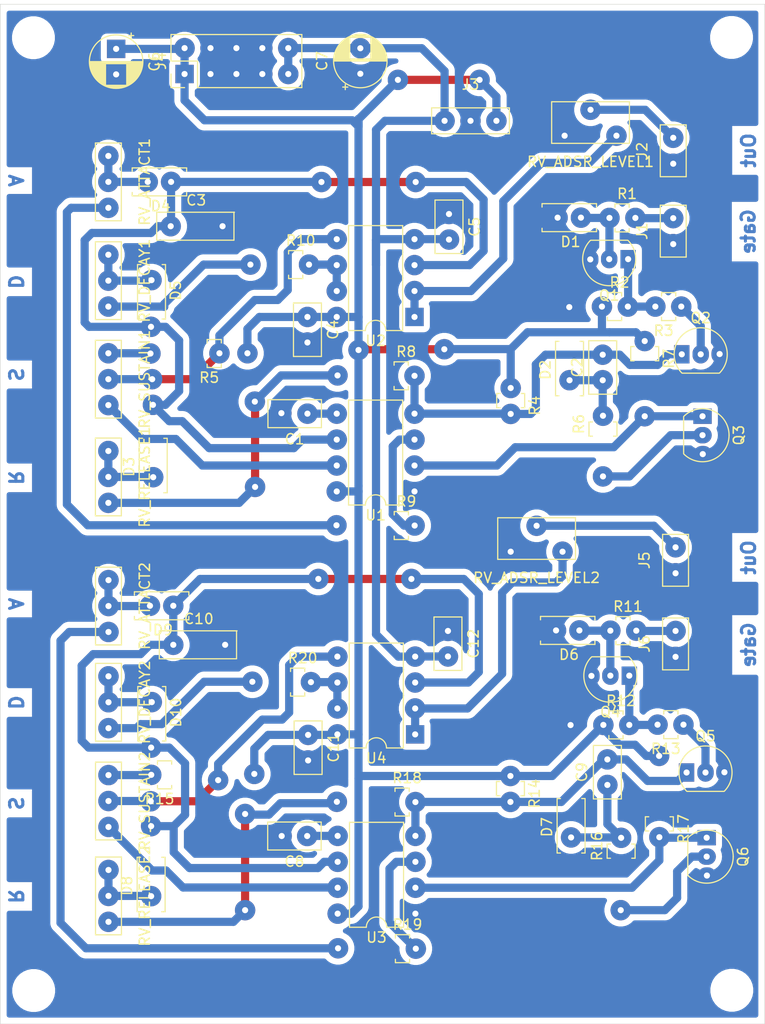
<source format=kicad_pcb>
(kicad_pcb (version 20171130) (host pcbnew "(5.1.7-0-10_14)")
  (layers (0 F.Cu signal) (31 B.Cu signal) (34 B.Paste user) (35 F.Paste user) (36 B.SilkS user) (37 F.SilkS user hide) (38 B.Mask user) (39 F.Mask user) (44 Edge.Cuts user))
  (net 0 "")
  (net 1 GND)
  (net 2 "Net-(C1-Pad1)")
  (net 3 "Net-(C2-Pad1)")
  (net 4 "Net-(C3-Pad1)")
  (net 5 +12V)
  (net 6 -12V)
  (net 7 "Net-(D1-Pad1)")
  (net 8 "Net-(D3-Pad1)")
  (net 9 "Net-(D4-Pad2)")
  (net 10 "Net-(D5-Pad1)")
  (net 11 "Net-(Q1-Pad1)")
  (net 12 "Net-(Q2-Pad2)")
  (net 13 "Net-(Q3-Pad2)")
  (net 14 "Net-(R5-Pad2)")
  (net 15 "Net-(R8-Pad1)")
  (net 16 "Net-(R9-Pad1)")
  (net 17 "Net-(R9-Pad2)")
  (net 18 "Net-(R10-Pad2)")
  (net 19 "Net-(R10-Pad1)")
  (net 20 "Net-(RV_SUSTAIN1-Pad1)")
  (net 21 "Net-(RV_SUSTAIN1-Pad2)")
  (net 22 "/ADSR 1/RESET")
  (net 23 "Net-(C8-Pad1)")
  (net 24 "/ADSR 2/RESET")
  (net 25 "Net-(C9-Pad1)")
  (net 26 "Net-(C10-Pad1)")
  (net 27 "Net-(D6-Pad1)")
  (net 28 "Net-(D8-Pad1)")
  (net 29 "Net-(D9-Pad2)")
  (net 30 "Net-(D10-Pad1)")
  (net 31 "/ADSR 1/GATE")
  (net 32 "/ADSR 1/ADSR_OUT")
  (net 33 "/ADSR 2/ADSR_OUT")
  (net 34 "/ADSR 2/GATE")
  (net 35 "/ADSR 1/TRIGGER")
  (net 36 "Net-(Q4-Pad1)")
  (net 37 "Net-(Q5-Pad2)")
  (net 38 "/ADSR 2/TRIGGER")
  (net 39 "Net-(Q6-Pad2)")
  (net 40 "Net-(R15-Pad2)")
  (net 41 "Net-(R18-Pad1)")
  (net 42 "Net-(R19-Pad2)")
  (net 43 "Net-(R19-Pad1)")
  (net 44 "Net-(R20-Pad1)")
  (net 45 "Net-(R20-Pad2)")
  (net 46 "Net-(RV_SUSTAIN2-Pad1)")
  (net 47 "Net-(RV_SUSTAIN2-Pad2)")
  (net 48 "Net-(RV_ADSR_LEVEL1-Pad3)")
  (net 49 "Net-(RV_ADSR_LEVEL2-Pad3)")
  (module MountingHole:MountingHole_3mm (layer F.Cu) (at 102.616 143.4846)
    (fp_text reference REF** hide)
    (fp_text value MountingHole_3mm hide)
    (pad 1 np_thru_hole circle (at 0 0) (size 3 3) (drill 3) (layers *.Cu *.Mask))
  )
  (module MountingHole:MountingHole_3mm (layer F.Cu) (at 171.0182 143.4592)
    (fp_text reference REF** hide)
    (fp_text value MountingHole_3mm hide)
    (pad 1 np_thru_hole circle (at 0 0) (size 3 3) (drill 3) (layers *.Cu *.Mask))
  )
  (module MountingHole:MountingHole_3mm (layer F.Cu) (at 170.9928 50.1142)
    (fp_text reference REF** hide)
    (fp_text value MountingHole_3mm hide)
    (pad 1 np_thru_hole circle (at 0 0) (size 3 3) (drill 3) (layers *.Cu *.Mask))
  )
  (module MountingHole:MountingHole_3mm (layer F.Cu) (at 102.5906 50.1396)
    (fp_text reference REF** hide)
    (fp_text value MountingHole_3mm hide)
    (pad 1 np_thru_hole circle (at 0 0) (size 3 3) (drill 3) (layers *.Cu *.Mask))
  )
  (module Zimo_Manual_PCB:C_Disc_D5.0mm_W2.5mm_P2.50mm (layer F.Cu) (at 129.4384 86.9696 180)
    (fp_text reference C1 (at 1.25 -2.5) (layer F.SilkS))
    (fp_text value 10n)
    (pad 2 thru_hole circle (at 2.5527 0.0508 180) (size 2 2) (drill 0.6) (layers *.Cu *.Mask) (net 1 GND))
    (pad 1 thru_hole circle (at 0 0 180) (size 2 2) (drill 0.6) (layers *.Cu *.Mask) (net 2 "Net-(C1-Pad1)"))
  )
  (module Zimo_Manual_PCB:C_Disc_D5.0mm_W2.5mm_P2.50mm (layer F.Cu) (at 158.369 83.693 90)
    (fp_text reference C2 (at 1.25 -2.5 90) (layer F.SilkS))
    (fp_text value 10n)
    (pad 1 thru_hole circle (at 0 0 90) (size 2 2) (drill 0.6) (layers *.Cu *.Mask) (net 3 "Net-(C2-Pad1)"))
    (pad 2 thru_hole circle (at 2.5 0 90) (size 2 2) (drill 0.6) (layers *.Cu *.Mask) (net 22 "/ADSR 1/RESET"))
  )
  (module Zimo_Manual_PCB:C_Foil_P5.48mm (layer F.Cu) (at 116.0399 68.6054)
    (fp_text reference C3 (at 2.5 -2.54) (layer F.SilkS))
    (fp_text value 2.2u)
    (pad 2 thru_hole circle (at 5.08 0) (size 2 2) (drill 0.6) (layers *.Cu *.Mask) (net 1 GND))
    (pad 1 thru_hole circle (at 0 0) (size 2 2) (drill 0.6) (layers *.Cu *.Mask) (net 4 "Net-(C3-Pad1)"))
  )
  (module Zimo_Manual_PCB:C_Disc_D5.0mm_W2.5mm_P2.50mm (layer F.Cu) (at 129.4384 77.4954 270)
    (fp_text reference C4 (at 1.25 -2.5 90) (layer F.SilkS))
    (fp_text value 100n)
    (pad 2 thru_hole circle (at 2.5 0 270) (size 2 2) (drill 0.6) (layers *.Cu *.Mask) (net 1 GND))
    (pad 1 thru_hole circle (at 0 0 270) (size 2 2) (drill 0.6) (layers *.Cu *.Mask) (net 5 +12V))
  )
  (module Zimo_Manual_PCB:C_Disc_D5.0mm_W2.5mm_P2.50mm (layer F.Cu) (at 143.3068 67.4116 270)
    (fp_text reference C5 (at 1.25 -2.5 90) (layer F.SilkS))
    (fp_text value 100n)
    (pad 1 thru_hole circle (at 0 0 270) (size 2 2) (drill 0.6) (layers *.Cu *.Mask) (net 1 GND))
    (pad 2 thru_hole circle (at 2.5 0 270) (size 2 2) (drill 0.6) (layers *.Cu *.Mask) (net 6 -12V))
  )
  (module Zimo_Manual_PCB:D_Axial-Vertical (layer F.Cu) (at 156.2354 67.7672 180)
    (fp_text reference D1 (at 1.016 -2.37) (layer F.SilkS))
    (fp_text value 1N4148)
    (pad 2 thru_hole oval (at 2.286 0 180) (size 2 2) (drill 0.6) (layers *.Cu *.Mask) (net 1 GND))
    (pad 1 thru_hole circle (at 0 0 180) (size 2 2) (drill 0.6) (layers *.Cu *.Mask) (net 7 "Net-(D1-Pad1)"))
  )
  (module Zimo_Manual_PCB:D_Axial-Vertical (layer F.Cu) (at 155.1178 83.693 90)
    (fp_text reference D2 (at 1.016 -2.37 90) (layer F.SilkS))
    (fp_text value 1N4148)
    (pad 1 thru_hole circle (at 0 0 90) (size 2 2) (drill 0.6) (layers *.Cu *.Mask) (net 3 "Net-(C2-Pad1)"))
    (pad 2 thru_hole oval (at 7.1628 -0.0254 90) (size 2 2) (drill 0.6) (layers *.Cu *.Mask) (net 1 GND))
  )
  (module Zimo_Manual_PCB:D_Axial-Vertical (layer F.Cu) (at 114.3254 93.1926 90)
    (fp_text reference D3 (at 1.016 -2.37 90) (layer F.SilkS))
    (fp_text value 1N4148)
    (pad 2 thru_hole oval (at 7.0866 -0.0254 90) (size 2 2) (drill 0.6) (layers *.Cu *.Mask) (net 4 "Net-(C3-Pad1)"))
    (pad 1 thru_hole circle (at 0 0 90) (size 2 2) (drill 0.6) (layers *.Cu *.Mask) (net 8 "Net-(D3-Pad1)"))
  )
  (module Zimo_Manual_PCB:D_Axial-Vertical (layer F.Cu) (at 116.078 64.262 180)
    (fp_text reference D4 (at 1.016 -2.37) (layer F.SilkS))
    (fp_text value 1N4148)
    (pad 1 thru_hole circle (at 0 0 180) (size 2 2) (drill 0.6) (layers *.Cu *.Mask) (net 4 "Net-(C3-Pad1)"))
    (pad 2 thru_hole oval (at 2.286 0 180) (size 2 2) (drill 0.6) (layers *.Cu *.Mask) (net 9 "Net-(D4-Pad2)"))
  )
  (module Zimo_Manual_PCB:D_Axial-Vertical (layer F.Cu) (at 114.1603 73.8886 270)
    (fp_text reference D5 (at 1.016 -2.37 90) (layer F.SilkS))
    (fp_text value 1N4148)
    (pad 2 thru_hole oval (at 4.572 0.0508 270) (size 2 2) (drill 0.6) (layers *.Cu *.Mask) (net 4 "Net-(C3-Pad1)"))
    (pad 1 thru_hole circle (at 0 0 270) (size 2 2) (drill 0.6) (layers *.Cu *.Mask) (net 10 "Net-(D5-Pad1)"))
  )
  (module Zimo_Manual_PCB:NSL25_01x02_Vertical (layer F.Cu) (at 165.2778 67.818 270)
    (fp_text reference J1 (at 1.27 3.048 90) (layer F.SilkS))
    (fp_text value "Gate In")
    (pad 1 thru_hole circle (at 0 0 270) (size 2 2) (drill 0.6) (layers *.Cu *.Mask) (net 31 "/ADSR 1/GATE"))
    (pad 2 thru_hole circle (at 2.54 0 270) (size 2 2) (drill 0.6) (layers *.Cu *.Mask) (net 1 GND))
  )
  (module Zimo_Manual_PCB:NSL25_01x02_Vertical (layer F.Cu) (at 165.2778 59.944 270)
    (fp_text reference J2 (at 1.27 3.048 90) (layer F.SilkS))
    (fp_text value Out)
    (pad 2 thru_hole circle (at 2.54 0 270) (size 2 2) (drill 0.6) (layers *.Cu *.Mask) (net 1 GND))
    (pad 1 thru_hole circle (at 0 0 270) (size 2 2) (drill 0.6) (layers *.Cu *.Mask) (net 32 "/ADSR 1/ADSR_OUT"))
  )
  (module Zimo_Manual_PCB:NSL25_01x03_Vertical (layer F.Cu) (at 147.955 58.2803 180)
    (fp_text reference J3 (at 2.54 3.556) (layer F.SilkS))
    (fp_text value "Custom Power")
    (pad 3 thru_hole circle (at 5.08 0 180) (size 2 2) (drill 0.6) (layers *.Cu *.Mask) (net 6 -12V))
    (pad 2 thru_hole circle (at 2.54 0 180) (size 2 2) (drill 0.6) (layers *.Cu *.Mask) (net 1 GND))
    (pad 1 thru_hole circle (at 0 0 180) (size 2 2) (drill 0.6) (layers *.Cu *.Mask) (net 5 +12V))
  )
  (module Zimo_Manual_PCB:Eurorack_Power_Supply (layer F.Cu) (at 117.3988 53.6956 90)
    (fp_text reference J4 (at 1.27 -2.33 90) (layer F.SilkS))
    (fp_text value "Eurorack Power")
    (pad 10 thru_hole oval (at 2.54 10.16 90) (size 2 2) (drill 0.6) (layers *.Cu *.Mask) (net 6 -12V))
    (pad 9 thru_hole oval (at 0 10.16 90) (size 2 2) (drill 0.6) (layers *.Cu *.Mask) (net 6 -12V))
    (pad 8 thru_hole oval (at 2.54 7.62 90) (size 2 2) (drill 0.6) (layers *.Cu *.Mask) (net 1 GND))
    (pad 7 thru_hole oval (at 0 7.62 90) (size 2 2) (drill 0.6) (layers *.Cu *.Mask) (net 1 GND))
    (pad 6 thru_hole oval (at 2.54 5.08 90) (size 2 2) (drill 0.6) (layers *.Cu *.Mask) (net 1 GND))
    (pad 5 thru_hole oval (at 0 5.08 90) (size 2 2) (drill 0.6) (layers *.Cu *.Mask) (net 1 GND))
    (pad 4 thru_hole oval (at 2.54 2.54 90) (size 2 2) (drill 0.6) (layers *.Cu *.Mask) (net 1 GND))
    (pad 3 thru_hole oval (at 0 2.54 90) (size 2 2) (drill 0.6) (layers *.Cu *.Mask) (net 1 GND))
    (pad 2 thru_hole oval (at 2.54 0 90) (size 2 2) (drill 0.6) (layers *.Cu *.Mask) (net 5 +12V))
    (pad 1 thru_hole rect (at 0 0 90) (size 1.8 1.8) (drill 0.6) (layers *.Cu *.Mask) (net 5 +12V))
  )
  (module Zimo_Manual_PCB:TO-92_Inline (layer F.Cu) (at 160.274 71.8312 180)
    (fp_text reference Q1 (at 1.27 -3.56) (layer F.SilkS))
    (fp_text value BC547)
    (pad 2 thru_hole oval (at 1.27 0 180) (size 1.6 1.8) (drill 0.6) (layers *.Cu *.Mask) (net 7 "Net-(D1-Pad1)"))
    (pad 3 thru_hole oval (at 3.1242 -0.0254 180) (size 1.6 1.8) (drill 0.6) (layers *.Cu *.Mask) (net 1 GND))
    (pad 1 thru_hole rect (at -0.5842 0 180) (size 1.5 1.8) (drill 0.6) (layers *.Cu *.Mask) (net 11 "Net-(Q1-Pad1)"))
  )
  (module Zimo_Manual_PCB:TO-92_Inline (layer F.Cu) (at 166.7002 81.153)
    (fp_text reference Q2 (at 1.27 -3.56) (layer F.SilkS))
    (fp_text value BC547)
    (pad 1 thru_hole rect (at -0.5842 0) (size 1.5 1.8) (drill 0.6) (layers *.Cu *.Mask) (net 22 "/ADSR 1/RESET"))
    (pad 3 thru_hole oval (at 3.1242 -0.0254) (size 1.6 1.8) (drill 0.6) (layers *.Cu *.Mask) (net 1 GND))
    (pad 2 thru_hole oval (at 1.27 0) (size 1.6 1.8) (drill 0.6) (layers *.Cu *.Mask) (net 12 "Net-(Q2-Pad2)"))
  )
  (module Zimo_Manual_PCB:TO-92_Inline (layer F.Cu) (at 168.148 87.8078 270)
    (fp_text reference Q3 (at 1.27 -3.56 90) (layer F.SilkS))
    (fp_text value BC547)
    (pad 2 thru_hole oval (at 1.27 0 270) (size 1.6 1.8) (drill 0.6) (layers *.Cu *.Mask) (net 13 "Net-(Q3-Pad2)"))
    (pad 3 thru_hole oval (at 3.1242 -0.0254 270) (size 1.6 1.8) (drill 0.6) (layers *.Cu *.Mask) (net 1 GND))
    (pad 1 thru_hole rect (at -0.5842 0 270) (size 1.5 1.8) (drill 0.6) (layers *.Cu *.Mask) (net 35 "/ADSR 1/TRIGGER"))
  )
  (module Zimo_Manual_PCB:R_Axial_Vertical (layer F.Cu) (at 159.0294 67.7926)
    (fp_text reference R1 (at 1.7272 -2.3622) (layer F.SilkS))
    (fp_text value 10k)
    (pad 2 thru_hole oval (at 2.54 0) (size 2 2) (drill 0.6) (layers *.Cu *.Mask) (net 31 "/ADSR 1/GATE"))
    (pad 1 thru_hole circle (at 0 0) (size 2 2) (drill 0.6) (layers *.Cu *.Mask) (net 7 "Net-(D1-Pad1)"))
  )
  (module Zimo_Manual_PCB:R_Axial_Vertical (layer F.Cu) (at 158.2928 76.4794)
    (fp_text reference R2 (at 1.7272 -2.3622) (layer F.SilkS))
    (fp_text value 4.7k)
    (pad 2 thru_hole oval (at 2.54 0) (size 2 2) (drill 0.6) (layers *.Cu *.Mask) (net 11 "Net-(Q1-Pad1)"))
    (pad 1 thru_hole circle (at 0 0) (size 2 2) (drill 0.6) (layers *.Cu *.Mask) (net 5 +12V))
  )
  (module Zimo_Manual_PCB:R_Axial_Vertical (layer F.Cu) (at 166.0652 76.4794 180)
    (fp_text reference R3 (at 1.7272 -2.3622) (layer F.SilkS))
    (fp_text value 22k)
    (pad 1 thru_hole circle (at 0 0 180) (size 2 2) (drill 0.6) (layers *.Cu *.Mask) (net 12 "Net-(Q2-Pad2)"))
    (pad 2 thru_hole oval (at 2.54 0 180) (size 2 2) (drill 0.6) (layers *.Cu *.Mask) (net 11 "Net-(Q1-Pad1)"))
  )
  (module Zimo_Manual_PCB:R_Axial_Vertical (layer F.Cu) (at 149.352 84.455 270)
    (fp_text reference R4 (at 1.7272 -2.3622 90) (layer F.SilkS))
    (fp_text value 4.7k)
    (pad 1 thru_hole circle (at 0 0 270) (size 2 2) (drill 0.6) (layers *.Cu *.Mask) (net 5 +12V))
    (pad 2 thru_hole oval (at 2.54 0 270) (size 2 2) (drill 0.6) (layers *.Cu *.Mask) (net 22 "/ADSR 1/RESET"))
  )
  (module Zimo_Manual_PCB:R_Axial_Vertical (layer F.Cu) (at 121.539 81.0768 180)
    (fp_text reference R5 (at 1.7272 -2.3622) (layer F.SilkS))
    (fp_text value 4.7k)
    (pad 1 thru_hole circle (at -2.0193 0.0254 180) (size 2 2) (drill 0.6) (layers *.Cu *.Mask) (net 5 +12V))
    (pad 2 thru_hole oval (at 7.4803 0 180) (size 2 2) (drill 0.6) (layers *.Cu *.Mask) (net 14 "Net-(R5-Pad2)"))
  )
  (module Zimo_Manual_PCB:R_Axial_Vertical (layer F.Cu) (at 158.3944 89.7128 90)
    (fp_text reference R6 (at 1.7272 -2.3622 90) (layer F.SilkS))
    (fp_text value 10k)
    (pad 2 thru_hole oval (at 2.54 0 90) (size 2 2) (drill 0.6) (layers *.Cu *.Mask) (net 3 "Net-(C2-Pad1)"))
    (pad 1 thru_hole circle (at -3.4036 0 90) (size 2 2) (drill 0.6) (layers *.Cu *.Mask) (net 13 "Net-(Q3-Pad2)"))
  )
  (module Zimo_Manual_PCB:R_Axial_Vertical (layer F.Cu) (at 162.4838 79.8576 270)
    (fp_text reference R7 (at 1.7272 -2.3622 90) (layer F.SilkS))
    (fp_text value 4.7k)
    (pad 1 thru_hole circle (at 0 0 270) (size 2 2) (drill 0.6) (layers *.Cu *.Mask) (net 5 +12V))
    (pad 2 thru_hole oval (at 7.366 0 270) (size 2 2) (drill 0.6) (layers *.Cu *.Mask) (net 35 "/ADSR 1/TRIGGER"))
  )
  (module Zimo_Manual_PCB:R_Axial_Vertical (layer F.Cu) (at 137.3886 83.2612)
    (fp_text reference R8 (at 1.7272 -2.3622) (layer F.SilkS))
    (fp_text value 100)
    (pad 2 thru_hole oval (at 2.54 0) (size 2 2) (drill 0.6) (layers *.Cu *.Mask) (net 22 "/ADSR 1/RESET"))
    (pad 1 thru_hole circle (at -5.0038 -0.0381) (size 2 2) (drill 0.6) (layers *.Cu *.Mask) (net 15 "Net-(R8-Pad1)"))
  )
  (module Zimo_Manual_PCB:R_Axial_Vertical (layer F.Cu) (at 137.4013 97.9297)
    (fp_text reference R9 (at 1.7272 -2.3622) (layer F.SilkS))
    (fp_text value 100)
    (pad 1 thru_hole circle (at -5.1181 -0.0254) (size 2 2) (drill 0.6) (layers *.Cu *.Mask) (net 16 "Net-(R9-Pad1)"))
    (pad 2 thru_hole oval (at 2.54 0) (size 2 2) (drill 0.6) (layers *.Cu *.Mask) (net 17 "Net-(R9-Pad2)"))
  )
  (module Zimo_Manual_PCB:R_Axial_Vertical (layer F.Cu) (at 127.0508 72.3646)
    (fp_text reference R10 (at 1.7272 -2.3622) (layer F.SilkS))
    (fp_text value 100)
    (pad 2 thru_hole oval (at 2.54 0) (size 2 2) (drill 0.6) (layers *.Cu *.Mask) (net 18 "Net-(R10-Pad2)"))
    (pad 1 thru_hole circle (at -3.2004 0) (size 2 2) (drill 0.6) (layers *.Cu *.Mask) (net 19 "Net-(R10-Pad1)"))
  )
  (module Zimo_Manual_PCB:NSL25_01x03_Vertical (layer F.Cu) (at 109.9312 66.802 90)
    (fp_text reference RV_ATTACT1 (at 2.54 3.556 90) (layer F.SilkS))
    (fp_text value 1M)
    (pad 1 thru_hole circle (at 0 0 90) (size 2 2) (drill 0.6) (layers *.Cu *.Mask) (net 16 "Net-(R9-Pad1)"))
    (pad 2 thru_hole circle (at 2.54 0 90) (size 2 2) (drill 0.6) (layers *.Cu *.Mask) (net 9 "Net-(D4-Pad2)"))
    (pad 3 thru_hole circle (at 5.08 0 90) (size 2 2) (drill 0.6) (layers *.Cu *.Mask) (net 9 "Net-(D4-Pad2)"))
  )
  (module Zimo_Manual_PCB:NSL25_01x03_Vertical (layer F.Cu) (at 109.9312 76.4794 90)
    (fp_text reference RV_DECAY1 (at 2.54 3.556 90) (layer F.SilkS))
    (fp_text value 1M)
    (pad 3 thru_hole circle (at 5.08 0 90) (size 2 2) (drill 0.6) (layers *.Cu *.Mask) (net 10 "Net-(D5-Pad1)"))
    (pad 2 thru_hole circle (at 2.54 0 90) (size 2 2) (drill 0.6) (layers *.Cu *.Mask) (net 10 "Net-(D5-Pad1)"))
    (pad 1 thru_hole circle (at 0 0 90) (size 2 2) (drill 0.6) (layers *.Cu *.Mask) (net 19 "Net-(R10-Pad1)"))
  )
  (module Zimo_Manual_PCB:NSL25_01x03_Vertical (layer F.Cu) (at 109.9312 95.7072 90)
    (fp_text reference RV_RELEASE1 (at 2.54 3.556 90) (layer F.SilkS))
    (fp_text value 1M)
    (pad 3 thru_hole circle (at 5.08 0 90) (size 2 2) (drill 0.6) (layers *.Cu *.Mask) (net 8 "Net-(D3-Pad1)"))
    (pad 2 thru_hole circle (at 2.54 0 90) (size 2 2) (drill 0.6) (layers *.Cu *.Mask) (net 8 "Net-(D3-Pad1)"))
    (pad 1 thru_hole circle (at 0 0 90) (size 2 2) (drill 0.6) (layers *.Cu *.Mask) (net 15 "Net-(R8-Pad1)"))
  )
  (module Zimo_Manual_PCB:NSL25_01x03_Vertical (layer F.Cu) (at 109.9312 86.1314 90)
    (fp_text reference RV_SUSTAIN1 (at 2.54 3.556 90) (layer F.SilkS))
    (fp_text value 10k)
    (pad 1 thru_hole circle (at 0 0 90) (size 2 2) (drill 0.6) (layers *.Cu *.Mask) (net 20 "Net-(RV_SUSTAIN1-Pad1)"))
    (pad 2 thru_hole circle (at 2.54 0 90) (size 2 2) (drill 0.6) (layers *.Cu *.Mask) (net 21 "Net-(RV_SUSTAIN1-Pad2)"))
    (pad 3 thru_hole circle (at 5.08 0 90) (size 2 2) (drill 0.6) (layers *.Cu *.Mask) (net 14 "Net-(R5-Pad2)"))
  )
  (module Zimo_Manual_PCB:DIP-8_W7.62mm (layer F.Cu) (at 139.9286 94.5896 180)
    (fp_text reference U1 (at 3.81 -2.33) (layer F.SilkS))
    (fp_text value 7555)
    (pad 8 thru_hole oval (at 7.62 0 180) (size 2 2) (drill 0.6) (layers *.Cu *.Mask) (net 5 +12V))
    (pad 4 thru_hole oval (at 0 7.62 180) (size 2 2) (drill 0.6) (layers *.Cu *.Mask) (net 22 "/ADSR 1/RESET"))
    (pad 7 thru_hole oval (at 7.62 2.54 180) (size 2 2) (drill 0.6) (layers *.Cu *.Mask) (net 20 "Net-(RV_SUSTAIN1-Pad1)"))
    (pad 3 thru_hole oval (at 0 5.08 180) (size 2 2) (drill 0.6) (layers *.Cu *.Mask) (net 17 "Net-(R9-Pad2)"))
    (pad 6 thru_hole oval (at 7.62 5.08 180) (size 2 2) (drill 0.6) (layers *.Cu *.Mask) (net 4 "Net-(C3-Pad1)"))
    (pad 2 thru_hole oval (at 0 2.54 180) (size 2 2) (drill 0.6) (layers *.Cu *.Mask) (net 35 "/ADSR 1/TRIGGER"))
    (pad 5 thru_hole oval (at 7.62 7.62 180) (size 2 2) (drill 0.6) (layers *.Cu *.Mask) (net 2 "Net-(C1-Pad1)"))
    (pad 1 thru_hole rect (at 0 0 180) (size 1.8 1.8) (drill 0.6) (layers *.Cu *.Mask) (net 1 GND))
  )
  (module Zimo_Manual_PCB:DIP-8_W7.62mm (layer F.Cu) (at 139.9286 77.4954 180)
    (fp_text reference U2 (at 3.81 -2.33) (layer F.SilkS))
    (fp_text value TL072)
    (pad 1 thru_hole rect (at 0 0 180) (size 1.8 1.8) (drill 0.6) (layers *.Cu *.Mask) (net 48 "Net-(RV_ADSR_LEVEL1-Pad3)"))
    (pad 5 thru_hole oval (at 7.62 7.62 180) (size 2 2) (drill 0.6) (layers *.Cu *.Mask) (net 21 "Net-(RV_SUSTAIN1-Pad2)"))
    (pad 2 thru_hole oval (at 0 2.54 180) (size 2 2) (drill 0.6) (layers *.Cu *.Mask) (net 48 "Net-(RV_ADSR_LEVEL1-Pad3)"))
    (pad 6 thru_hole oval (at 7.62 5.08 180) (size 2 2) (drill 0.6) (layers *.Cu *.Mask) (net 18 "Net-(R10-Pad2)"))
    (pad 3 thru_hole oval (at 0 5.08 180) (size 2 2) (drill 0.6) (layers *.Cu *.Mask) (net 4 "Net-(C3-Pad1)"))
    (pad 7 thru_hole oval (at 7.62 2.54 180) (size 2 2) (drill 0.6) (layers *.Cu *.Mask) (net 18 "Net-(R10-Pad2)"))
    (pad 4 thru_hole oval (at 0 7.62 180) (size 2 2) (drill 0.6) (layers *.Cu *.Mask) (net 6 -12V))
    (pad 8 thru_hole oval (at 7.62 0 180) (size 2 2) (drill 0.6) (layers *.Cu *.Mask) (net 5 +12V))
  )
  (module Zimo_Manual_PCB:CP_Radial_D5.0mm_P2.50mm (layer F.Cu) (at 110.6932 51.2318 270)
    (fp_text reference C6 (at 1.25 -3.75 90) (layer F.SilkS))
    (fp_text value 10u)
    (pad 2 thru_hole circle (at 2.5 0 270) (size 2 2) (drill 0.6) (layers *.Cu *.Mask) (net 1 GND))
    (pad 1 thru_hole rect (at 0 0 270) (size 1.8 1.8) (drill 0.6) (layers *.Cu *.Mask) (net 5 +12V))
  )
  (module Zimo_Manual_PCB:CP_Radial_D5.0mm_P2.50mm (layer F.Cu) (at 134.62 53.6702 90)
    (fp_text reference C7 (at 1.25 -3.75 90) (layer F.SilkS))
    (fp_text value 10u)
    (pad 1 thru_hole rect (at 0 0 90) (size 1.8 1.8) (drill 0.6) (layers *.Cu *.Mask) (net 1 GND))
    (pad 2 thru_hole circle (at 2.5 0 90) (size 2 2) (drill 0.6) (layers *.Cu *.Mask) (net 6 -12V))
  )
  (module Zimo_Manual_PCB:TrimPot_Vertical (layer F.Cu) (at 154.6352 58.7375)
    (fp_text reference RV_ADSR_LEVEL1 (at 2.54 3.556) (layer F.SilkS))
    (fp_text value 1k)
    (pad 1 thru_hole circle (at 0 1) (size 2 2) (drill 0.6) (layers *.Cu *.Mask) (net 1 GND))
    (pad 2 thru_hole circle (at 2.54 -1.54) (size 2 2) (drill 0.6) (layers *.Cu *.Mask) (net 32 "/ADSR 1/ADSR_OUT"))
    (pad 3 thru_hole circle (at 5.08 1) (size 2 2) (drill 0.6) (layers *.Cu *.Mask) (net 48 "Net-(RV_ADSR_LEVEL1-Pad3)"))
  )
  (module Zimo_Manual_PCB:C_Disc_D5.0mm_W2.5mm_P2.50mm (layer F.Cu) (at 129.413 128.3462 180)
    (fp_text reference C8 (at 1.25 -2.5) (layer F.SilkS))
    (fp_text value 10n)
    (pad 1 thru_hole circle (at 0 0 180) (size 2 2) (drill 0.6) (layers *.Cu *.Mask) (net 23 "Net-(C8-Pad1)"))
    (pad 2 thru_hole circle (at 2.5 0 180) (size 2 2) (drill 0.6) (layers *.Cu *.Mask) (net 1 GND))
  )
  (module Zimo_Manual_PCB:C_Disc_D5.0mm_W2.5mm_P2.50mm (layer F.Cu) (at 158.8262 123.3424 90)
    (fp_text reference C9 (at 1.25 -2.5 90) (layer F.SilkS))
    (fp_text value 10n)
    (pad 2 thru_hole circle (at 2.5 0 90) (size 2 2) (drill 0.6) (layers *.Cu *.Mask) (net 24 "/ADSR 2/RESET"))
    (pad 1 thru_hole circle (at 0 0 90) (size 2 2) (drill 0.6) (layers *.Cu *.Mask) (net 25 "Net-(C9-Pad1)"))
  )
  (module Zimo_Manual_PCB:C_Foil_P5.48mm (layer F.Cu) (at 116.2939 109.6137)
    (fp_text reference C10 (at 2.5 -2.54) (layer F.SilkS))
    (fp_text value 2.2u)
    (pad 2 thru_hole circle (at 5.08 0) (size 2 2) (drill 0.6) (layers *.Cu *.Mask) (net 1 GND))
    (pad 1 thru_hole circle (at 0 0) (size 2 2) (drill 0.6) (layers *.Cu *.Mask) (net 26 "Net-(C10-Pad1)"))
  )
  (module Zimo_Manual_PCB:C_Disc_D5.0mm_W2.5mm_P2.50mm (layer F.Cu) (at 129.5019 118.4402 270)
    (fp_text reference C11 (at 1.25 -2.5 90) (layer F.SilkS))
    (fp_text value 100n)
    (pad 2 thru_hole circle (at 2.5 0 270) (size 2 2) (drill 0.6) (layers *.Cu *.Mask) (net 1 GND))
    (pad 1 thru_hole circle (at 0 0 270) (size 2 2) (drill 0.6) (layers *.Cu *.Mask) (net 5 +12V))
  )
  (module Zimo_Manual_PCB:C_Disc_D5.0mm_W2.5mm_P2.50mm (layer F.Cu) (at 143.2052 108.2567 270)
    (fp_text reference C12 (at 1.25 -2.5 90) (layer F.SilkS))
    (fp_text value 100n)
    (pad 1 thru_hole circle (at 0 0 270) (size 2 2) (drill 0.6) (layers *.Cu *.Mask) (net 1 GND))
    (pad 2 thru_hole circle (at 2.5 0 270) (size 2 2) (drill 0.6) (layers *.Cu *.Mask) (net 6 -12V))
  )
  (module Zimo_Manual_PCB:D_Axial-Vertical (layer F.Cu) (at 156.083 108.204 180)
    (fp_text reference D6 (at 1.016 -2.37) (layer F.SilkS))
    (fp_text value 1N4148)
    (pad 2 thru_hole oval (at 2.286 0 180) (size 2 2) (drill 0.6) (layers *.Cu *.Mask) (net 1 GND))
    (pad 1 thru_hole circle (at 0 0 180) (size 2 2) (drill 0.6) (layers *.Cu *.Mask) (net 27 "Net-(D6-Pad1)"))
  )
  (module Zimo_Manual_PCB:D_Axial-Vertical (layer F.Cu) (at 155.2702 128.4859 90)
    (fp_text reference D7 (at 1.016 -2.37 90) (layer F.SilkS))
    (fp_text value 1N4148)
    (pad 1 thru_hole circle (at 0 0 90) (size 2 2) (drill 0.6) (layers *.Cu *.Mask) (net 25 "Net-(C9-Pad1)"))
    (pad 2 thru_hole oval (at 11.0109 -0.0508 90) (size 2 2) (drill 0.6) (layers *.Cu *.Mask) (net 1 GND))
  )
  (module Zimo_Manual_PCB:D_Axial-Vertical (layer F.Cu) (at 114.1222 134.239 90)
    (fp_text reference D8 (at 1.016 -2.37 90) (layer F.SilkS))
    (fp_text value 1N4148)
    (pad 2 thru_hole oval (at 6.858 0 90) (size 2 2) (drill 0.6) (layers *.Cu *.Mask) (net 26 "Net-(C10-Pad1)"))
    (pad 1 thru_hole circle (at 0 0 90) (size 2 2) (drill 0.6) (layers *.Cu *.Mask) (net 28 "Net-(D8-Pad1)"))
  )
  (module Zimo_Manual_PCB:D_Axial-Vertical (layer F.Cu) (at 116.2939 105.791 180)
    (fp_text reference D9 (at 1.016 -2.37) (layer F.SilkS))
    (fp_text value 1N4148)
    (pad 1 thru_hole circle (at 0 0 180) (size 2 2) (drill 0.6) (layers *.Cu *.Mask) (net 26 "Net-(C10-Pad1)"))
    (pad 2 thru_hole oval (at 2.286 0 180) (size 2 2) (drill 0.6) (layers *.Cu *.Mask) (net 29 "Net-(D9-Pad2)"))
  )
  (module Zimo_Manual_PCB:D_Axial-Vertical (layer F.Cu) (at 114.1857 115.2271 270)
    (fp_text reference D10 (at 1.016 -2.37 90) (layer F.SilkS))
    (fp_text value 1N4148)
    (pad 2 thru_hole oval (at 4.4577 0.0635 270) (size 2 2) (drill 0.6) (layers *.Cu *.Mask) (net 26 "Net-(C10-Pad1)"))
    (pad 1 thru_hole circle (at 0 0 270) (size 2 2) (drill 0.6) (layers *.Cu *.Mask) (net 30 "Net-(D10-Pad1)"))
  )
  (module Zimo_Manual_PCB:NSL25_01x02_Vertical (layer F.Cu) (at 165.5064 100.0633 270)
    (fp_text reference J5 (at 1.27 3.048 90) (layer F.SilkS))
    (fp_text value Out)
    (pad 2 thru_hole circle (at 2.54 0 270) (size 2 2) (drill 0.6) (layers *.Cu *.Mask) (net 1 GND))
    (pad 1 thru_hole circle (at 0 0 270) (size 2 2) (drill 0.6) (layers *.Cu *.Mask) (net 33 "/ADSR 2/ADSR_OUT"))
  )
  (module Zimo_Manual_PCB:NSL25_01x02_Vertical (layer F.Cu) (at 165.5064 108.2548 270)
    (fp_text reference J6 (at 1.27 3.048 90) (layer F.SilkS))
    (fp_text value "Gate In")
    (pad 1 thru_hole circle (at 0 0 270) (size 2 2) (drill 0.6) (layers *.Cu *.Mask) (net 34 "/ADSR 2/GATE"))
    (pad 2 thru_hole circle (at 2.54 0 270) (size 2 2) (drill 0.6) (layers *.Cu *.Mask) (net 1 GND))
  )
  (module Zimo_Manual_PCB:TO-92_Inline (layer F.Cu) (at 160.3883 112.6363 180)
    (fp_text reference Q4 (at 1.27 -3.56) (layer F.SilkS))
    (fp_text value BC547)
    (pad 2 thru_hole oval (at 1.27 0 180) (size 1.6 1.8) (drill 0.6) (layers *.Cu *.Mask) (net 27 "Net-(D6-Pad1)"))
    (pad 3 thru_hole oval (at 3.1242 -0.0254 180) (size 1.6 1.8) (drill 0.6) (layers *.Cu *.Mask) (net 1 GND))
    (pad 1 thru_hole rect (at -0.5842 0 180) (size 1.5 1.8) (drill 0.6) (layers *.Cu *.Mask) (net 36 "Net-(Q4-Pad1)"))
  )
  (module Zimo_Manual_PCB:TO-92_Inline (layer F.Cu) (at 167.1701 122.1232)
    (fp_text reference Q5 (at 1.27 -3.56) (layer F.SilkS))
    (fp_text value BC547)
    (pad 2 thru_hole oval (at 1.27 0) (size 1.6 1.8) (drill 0.6) (layers *.Cu *.Mask) (net 37 "Net-(Q5-Pad2)"))
    (pad 3 thru_hole oval (at 3.1242 -0.0254) (size 1.6 1.8) (drill 0.6) (layers *.Cu *.Mask) (net 1 GND))
    (pad 1 thru_hole rect (at -0.5842 0) (size 1.5 1.8) (drill 0.6) (layers *.Cu *.Mask) (net 24 "/ADSR 2/RESET"))
  )
  (module Zimo_Manual_PCB:TO-92_Inline (layer F.Cu) (at 168.5544 129.0955 270)
    (fp_text reference Q6 (at 1.27 -3.56 90) (layer F.SilkS))
    (fp_text value BC547)
    (pad 1 thru_hole rect (at -0.5842 0 270) (size 1.5 1.8) (drill 0.6) (layers *.Cu *.Mask) (net 38 "/ADSR 2/TRIGGER"))
    (pad 3 thru_hole oval (at 3.1242 -0.0254 270) (size 1.6 1.8) (drill 0.6) (layers *.Cu *.Mask) (net 1 GND))
    (pad 2 thru_hole oval (at 1.27 0 270) (size 1.6 1.8) (drill 0.6) (layers *.Cu *.Mask) (net 39 "Net-(Q6-Pad2)"))
  )
  (module Zimo_Manual_PCB:R_Axial_Vertical (layer F.Cu) (at 159.1183 108.2294)
    (fp_text reference R11 (at 1.7272 -2.3622) (layer F.SilkS))
    (fp_text value 10k)
    (pad 2 thru_hole oval (at 2.54 0) (size 2 2) (drill 0.6) (layers *.Cu *.Mask) (net 34 "/ADSR 2/GATE"))
    (pad 1 thru_hole circle (at 0 0) (size 2 2) (drill 0.6) (layers *.Cu *.Mask) (net 27 "Net-(D6-Pad1)"))
  )
  (module Zimo_Manual_PCB:R_Axial_Vertical (layer F.Cu) (at 158.4325 117.4623)
    (fp_text reference R12 (at 1.7272 -2.3622) (layer F.SilkS))
    (fp_text value 4.7k)
    (pad 2 thru_hole oval (at 2.54 0) (size 2 2) (drill 0.6) (layers *.Cu *.Mask) (net 36 "Net-(Q4-Pad1)"))
    (pad 1 thru_hole circle (at 0 0) (size 2 2) (drill 0.6) (layers *.Cu *.Mask) (net 5 +12V))
  )
  (module Zimo_Manual_PCB:R_Axial_Vertical (layer F.Cu) (at 166.2811 117.4369 180)
    (fp_text reference R13 (at 1.7272 -2.3622) (layer F.SilkS))
    (fp_text value 22k)
    (pad 1 thru_hole circle (at 0 0 180) (size 2 2) (drill 0.6) (layers *.Cu *.Mask) (net 37 "Net-(Q5-Pad2)"))
    (pad 2 thru_hole oval (at 2.54 0 180) (size 2 2) (drill 0.6) (layers *.Cu *.Mask) (net 36 "Net-(Q4-Pad1)"))
  )
  (module Zimo_Manual_PCB:R_Axial_Vertical (layer F.Cu) (at 149.3266 122.4661 270)
    (fp_text reference R14 (at 1.7272 -2.3622 90) (layer F.SilkS))
    (fp_text value 4.7k)
    (pad 1 thru_hole circle (at 0 0 270) (size 2 2) (drill 0.6) (layers *.Cu *.Mask) (net 5 +12V))
    (pad 2 thru_hole oval (at 2.54 0 270) (size 2 2) (drill 0.6) (layers *.Cu *.Mask) (net 24 "/ADSR 2/RESET"))
  )
  (module Zimo_Manual_PCB:R_Axial_Vertical (layer F.Cu) (at 116.6749 122.3518 180)
    (fp_text reference R15 (at 1.7272 -2.3622) (layer F.SilkS))
    (fp_text value 4.7k)
    (pad 2 thru_hole oval (at 2.54 0 180) (size 2 2) (drill 0.6) (layers *.Cu *.Mask) (net 40 "Net-(R15-Pad2)"))
    (pad 1 thru_hole circle (at -7.5565 0.0889 180) (size 2 2) (drill 0.6) (layers *.Cu *.Mask) (net 5 +12V))
  )
  (module Zimo_Manual_PCB:R_Axial_Vertical (layer F.Cu) (at 160.1724 131.064 90)
    (fp_text reference R16 (at 1.7272 -2.3622 90) (layer F.SilkS))
    (fp_text value 10k)
    (pad 2 thru_hole oval (at 2.54 0 90) (size 2 2) (drill 0.6) (layers *.Cu *.Mask) (net 25 "Net-(C9-Pad1)"))
    (pad 1 thru_hole circle (at -4.5466 -0.0381 90) (size 2 2) (drill 0.6) (layers *.Cu *.Mask) (net 39 "Net-(Q6-Pad2)"))
  )
  (module Zimo_Manual_PCB:R_Axial_Vertical (layer F.Cu) (at 163.9189 125.9205 270)
    (fp_text reference R17 (at 1.7272 -2.3622 90) (layer F.SilkS))
    (fp_text value 4.7k)
    (pad 1 thru_hole circle (at -5.4229 0.0254 270) (size 2 2) (drill 0.6) (layers *.Cu *.Mask) (net 5 +12V))
    (pad 2 thru_hole oval (at 2.54 0 270) (size 2 2) (drill 0.6) (layers *.Cu *.Mask) (net 38 "/ADSR 2/TRIGGER"))
  )
  (module Zimo_Manual_PCB:R_Axial_Vertical (layer F.Cu) (at 137.4775 125.0188)
    (fp_text reference R18 (at 1.7272 -2.3622) (layer F.SilkS))
    (fp_text value 100)
    (pad 1 thru_hole circle (at -5.1562 -0.0254) (size 2 2) (drill 0.6) (layers *.Cu *.Mask) (net 41 "Net-(R18-Pad1)"))
    (pad 2 thru_hole oval (at 2.54 0) (size 2 2) (drill 0.6) (layers *.Cu *.Mask) (net 24 "/ADSR 2/RESET"))
  )
  (module Zimo_Manual_PCB:R_Axial_Vertical (layer F.Cu) (at 137.5156 139.3825)
    (fp_text reference R19 (at 1.7272 -2.3622) (layer F.SilkS))
    (fp_text value 100)
    (pad 2 thru_hole oval (at 2.54 0) (size 2 2) (drill 0.6) (layers *.Cu *.Mask) (net 42 "Net-(R19-Pad2)"))
    (pad 1 thru_hole circle (at -5.08 -0.0381) (size 2 2) (drill 0.6) (layers *.Cu *.Mask) (net 43 "Net-(R19-Pad1)"))
  )
  (module Zimo_Manual_PCB:R_Axial_Vertical (layer F.Cu) (at 127.2413 113.2713)
    (fp_text reference R20 (at 1.7272 -2.3622) (layer F.SilkS))
    (fp_text value 100)
    (pad 1 thru_hole circle (at -3.2004 -0.0381) (size 2 2) (drill 0.6) (layers *.Cu *.Mask) (net 44 "Net-(R20-Pad1)"))
    (pad 2 thru_hole oval (at 2.54 0) (size 2 2) (drill 0.6) (layers *.Cu *.Mask) (net 45 "Net-(R20-Pad2)"))
  )
  (module Zimo_Manual_PCB:TrimPot_Vertical (layer F.Cu) (at 149.352 99.4918)
    (fp_text reference RV_ADSR_LEVEL2 (at 2.54 3.556) (layer F.SilkS))
    (fp_text value 1k)
    (pad 1 thru_hole circle (at 0 1) (size 2 2) (drill 0.6) (layers *.Cu *.Mask) (net 1 GND))
    (pad 2 thru_hole circle (at 2.54 -1.54) (size 2 2) (drill 0.6) (layers *.Cu *.Mask) (net 33 "/ADSR 2/ADSR_OUT"))
    (pad 3 thru_hole circle (at 5.08 1) (size 2 2) (drill 0.6) (layers *.Cu *.Mask) (net 49 "Net-(RV_ADSR_LEVEL2-Pad3)"))
  )
  (module Zimo_Manual_PCB:NSL25_01x03_Vertical (layer F.Cu) (at 109.9439 108.3564 90)
    (fp_text reference RV_ATTACT2 (at 2.54 3.556 90) (layer F.SilkS))
    (fp_text value 1M)
    (pad 1 thru_hole circle (at 0 0 90) (size 2 2) (drill 0.6) (layers *.Cu *.Mask) (net 43 "Net-(R19-Pad1)"))
    (pad 2 thru_hole circle (at 2.54 0 90) (size 2 2) (drill 0.6) (layers *.Cu *.Mask) (net 29 "Net-(D9-Pad2)"))
    (pad 3 thru_hole circle (at 5.08 0 90) (size 2 2) (drill 0.6) (layers *.Cu *.Mask) (net 29 "Net-(D9-Pad2)"))
  )
  (module Zimo_Manual_PCB:NSL25_01x03_Vertical (layer F.Cu) (at 109.9439 117.7798 90)
    (fp_text reference RV_DECAY2 (at 2.54 3.556 90) (layer F.SilkS))
    (fp_text value 1M)
    (pad 3 thru_hole circle (at 5.08 0 90) (size 2 2) (drill 0.6) (layers *.Cu *.Mask) (net 30 "Net-(D10-Pad1)"))
    (pad 2 thru_hole circle (at 2.54 0 90) (size 2 2) (drill 0.6) (layers *.Cu *.Mask) (net 30 "Net-(D10-Pad1)"))
    (pad 1 thru_hole circle (at 0 0 90) (size 2 2) (drill 0.6) (layers *.Cu *.Mask) (net 44 "Net-(R20-Pad1)"))
  )
  (module Zimo_Manual_PCB:NSL25_01x03_Vertical (layer F.Cu) (at 109.9439 136.7536 90)
    (fp_text reference RV_RELEASE2 (at 2.54 3.556 90) (layer F.SilkS))
    (fp_text value 1M)
    (pad 3 thru_hole circle (at 5.08 0 90) (size 2 2) (drill 0.6) (layers *.Cu *.Mask) (net 28 "Net-(D8-Pad1)"))
    (pad 2 thru_hole circle (at 2.54 0 90) (size 2 2) (drill 0.6) (layers *.Cu *.Mask) (net 28 "Net-(D8-Pad1)"))
    (pad 1 thru_hole circle (at 0 0 90) (size 2 2) (drill 0.6) (layers *.Cu *.Mask) (net 41 "Net-(R18-Pad1)"))
  )
  (module Zimo_Manual_PCB:NSL25_01x03_Vertical (layer F.Cu) (at 109.9439 127.4572 90)
    (fp_text reference RV_SUSTAIN2 (at 2.54 3.556 90) (layer F.SilkS))
    (fp_text value 10k)
    (pad 1 thru_hole circle (at 0 0 90) (size 2 2) (drill 0.6) (layers *.Cu *.Mask) (net 46 "Net-(RV_SUSTAIN2-Pad1)"))
    (pad 2 thru_hole circle (at 2.54 0 90) (size 2 2) (drill 0.6) (layers *.Cu *.Mask) (net 47 "Net-(RV_SUSTAIN2-Pad2)"))
    (pad 3 thru_hole circle (at 5.08 0 90) (size 2 2) (drill 0.6) (layers *.Cu *.Mask) (net 40 "Net-(R15-Pad2)"))
  )
  (module Zimo_Manual_PCB:DIP-8_W7.62mm (layer F.Cu) (at 140.0175 135.9535 180)
    (fp_text reference U3 (at 3.81 -2.33) (layer F.SilkS))
    (fp_text value 7555)
    (pad 8 thru_hole oval (at 7.62 0 180) (size 2 2) (drill 0.6) (layers *.Cu *.Mask) (net 5 +12V))
    (pad 4 thru_hole oval (at 0 7.62 180) (size 2 2) (drill 0.6) (layers *.Cu *.Mask) (net 24 "/ADSR 2/RESET"))
    (pad 7 thru_hole oval (at 7.62 2.54 180) (size 2 2) (drill 0.6) (layers *.Cu *.Mask) (net 46 "Net-(RV_SUSTAIN2-Pad1)"))
    (pad 3 thru_hole oval (at 0 5.08 180) (size 2 2) (drill 0.6) (layers *.Cu *.Mask) (net 42 "Net-(R19-Pad2)"))
    (pad 6 thru_hole oval (at 7.62 5.08 180) (size 2 2) (drill 0.6) (layers *.Cu *.Mask) (net 26 "Net-(C10-Pad1)"))
    (pad 2 thru_hole oval (at 0 2.54 180) (size 2 2) (drill 0.6) (layers *.Cu *.Mask) (net 38 "/ADSR 2/TRIGGER"))
    (pad 5 thru_hole oval (at 7.62 7.62 180) (size 2 2) (drill 0.6) (layers *.Cu *.Mask) (net 23 "Net-(C8-Pad1)"))
    (pad 1 thru_hole rect (at 0 0 180) (size 1.8 1.8) (drill 0.6) (layers *.Cu *.Mask) (net 1 GND))
  )
  (module Zimo_Manual_PCB:DIP-8_W7.62mm (layer F.Cu) (at 139.9921 118.3894 180)
    (fp_text reference U4 (at 3.81 -2.33) (layer F.SilkS))
    (fp_text value TL072)
    (pad 1 thru_hole rect (at 0 0 180) (size 1.8 1.8) (drill 0.6) (layers *.Cu *.Mask) (net 49 "Net-(RV_ADSR_LEVEL2-Pad3)"))
    (pad 5 thru_hole oval (at 7.62 7.62 180) (size 2 2) (drill 0.6) (layers *.Cu *.Mask) (net 47 "Net-(RV_SUSTAIN2-Pad2)"))
    (pad 2 thru_hole oval (at 0 2.54 180) (size 2 2) (drill 0.6) (layers *.Cu *.Mask) (net 49 "Net-(RV_ADSR_LEVEL2-Pad3)"))
    (pad 6 thru_hole oval (at 7.62 5.08 180) (size 2 2) (drill 0.6) (layers *.Cu *.Mask) (net 45 "Net-(R20-Pad2)"))
    (pad 3 thru_hole oval (at 0 5.08 180) (size 2 2) (drill 0.6) (layers *.Cu *.Mask) (net 26 "Net-(C10-Pad1)"))
    (pad 7 thru_hole oval (at 7.62 2.54 180) (size 2 2) (drill 0.6) (layers *.Cu *.Mask) (net 45 "Net-(R20-Pad2)"))
    (pad 4 thru_hole oval (at 0 7.62 180) (size 2 2) (drill 0.6) (layers *.Cu *.Mask) (net 6 -12V))
    (pad 8 thru_hole oval (at 7.62 0 180) (size 2 2) (drill 0.6) (layers *.Cu *.Mask) (net 5 +12V))
  )
  (gr_text Out (at 172.6692 61.1759 90) (layer B.Cu) (effects (font (size 1.3 1.3) (thickness 0.3)) (justify mirror)))
  (gr_text Gate (at 172.6311 69.1388 90) (layer B.Cu) (effects (font (size 1.3 1.3) (thickness 0.3)) (justify mirror)))
  (gr_text Out (at 172.6692 101.0539 90) (layer B.Cu) (effects (font (size 1.3 1.3) (thickness 0.3)) (justify mirror)))
  (gr_text Gate (at 172.6692 109.6264 90) (layer B.Cu) (effects (font (size 1.3 1.3) (thickness 0.3)) (justify mirror)))
  (gr_text R (at 100.838 134.2644 270) (layer B.Cu) (effects (font (size 1.3 1.3) (thickness 0.3)) (justify mirror)))
  (gr_text S (at 100.838 125.1458 270) (layer B.Cu) (effects (font (size 1.3 1.3) (thickness 0.3)) (justify mirror)))
  (gr_text D (at 100.838 115.2652 270) (layer B.Cu) (effects (font (size 1.3 1.3) (thickness 0.3)) (justify mirror)))
  (gr_text A (at 100.838 105.6132 270) (layer B.Cu) (effects (font (size 1.3 1.3) (thickness 0.3)) (justify mirror)))
  (gr_text R (at 100.838 93.2561 270) (layer B.Cu) (effects (font (size 1.3 1.3) (thickness 0.3)) (justify mirror)))
  (gr_text S (at 100.838 83.1342 270) (layer B.Cu) (effects (font (size 1.3 1.3) (thickness 0.3)) (justify mirror)))
  (gr_text D (at 100.838 74.0537 270) (layer B.Cu) (effects (font (size 1.3 1.3) (thickness 0.3)) (justify mirror)))
  (gr_text A (at 100.838 64.135 270) (layer B.Cu) (effects (font (size 1.3 1.3) (thickness 0.3)) (justify mirror)))
  (gr_line (start 99.3394 146.7612) (end 99.3394 46.863) (layer Edge.Cuts) (width 0.05))
  (gr_line (start 174.244 146.7612) (end 99.3394 146.7612) (layer Edge.Cuts) (width 0.05))
  (gr_line (start 174.244 46.863) (end 174.244 146.7612) (layer Edge.Cuts) (width 0.05))
  (gr_line (start 99.3394 46.863) (end 174.244 46.863) (layer Edge.Cuts) (width 0.05))
  (segment (start 129.4384 86.9696) (end 132.3086 86.9696) (width 0.8) (layer B.Cu) (net 2))
  (segment (start 155.1178 83.693) (end 158.369 83.693) (width 0.8) (layer B.Cu) (net 3))
  (segment (start 158.369 87.1474) (end 158.3944 87.1728) (width 0.8) (layer B.Cu) (net 3))
  (segment (start 158.369 83.693) (end 158.369 87.1474) (width 0.8) (layer B.Cu) (net 3))
  (segment (start 116.078 68.5673) (end 116.0399 68.6054) (width 0.8) (layer B.Cu) (net 4))
  (segment (start 116.078 64.262) (end 116.078 68.5673) (width 0.8) (layer B.Cu) (net 4))
  (segment (start 114.3 86.106) (end 115.9002 87.7062) (width 0.8) (layer B.Cu) (net 4))
  (segment (start 115.9002 87.7062) (end 117.1702 87.7062) (width 0.8) (layer B.Cu) (net 4))
  (segment (start 117.1702 87.7062) (end 119.8118 90.3478) (width 0.8) (layer B.Cu) (net 4))
  (segment (start 119.8118 90.3478) (end 128.1049 90.3478) (width 0.8) (layer B.Cu) (net 4))
  (segment (start 128.9431 89.5096) (end 132.3086 89.5096) (width 0.8) (layer B.Cu) (net 4))
  (segment (start 128.1049 90.3478) (end 128.9431 89.5096) (width 0.8) (layer B.Cu) (net 4))
  (segment (start 116.0399 68.6054) (end 114.7699 68.6054) (width 0.8) (layer B.Cu) (net 4))
  (segment (start 114.7699 68.6054) (end 114.1095 69.2658) (width 0.8) (layer B.Cu) (net 4))
  (segment (start 114.1095 69.2658) (end 108.3183 69.2658) (width 0.8) (layer B.Cu) (net 4))
  (segment (start 108.3183 69.2658) (end 107.6071 69.977) (width 0.8) (layer B.Cu) (net 4))
  (segment (start 107.6071 69.977) (end 107.6071 78.0288) (width 0.8) (layer B.Cu) (net 4))
  (segment (start 108.0389 78.4606) (end 114.1095 78.4606) (width 0.8) (layer B.Cu) (net 4))
  (segment (start 107.6071 78.0288) (end 108.0389 78.4606) (width 0.8) (layer B.Cu) (net 4))
  (segment (start 114.1095 78.4606) (end 115.5319 78.4606) (width 0.8) (layer B.Cu) (net 4))
  (segment (start 115.5319 78.4606) (end 116.8654 79.7941) (width 0.8) (layer B.Cu) (net 4))
  (segment (start 116.8654 79.7941) (end 116.8654 84.7598) (width 0.8) (layer B.Cu) (net 4))
  (segment (start 115.5192 86.106) (end 114.3 86.106) (width 0.8) (layer B.Cu) (net 4))
  (segment (start 116.8654 84.7598) (end 115.5192 86.106) (width 0.8) (layer B.Cu) (net 4))
  (segment (start 116.2558 64.0842) (end 116.078 64.262) (width 0.8) (layer B.Cu) (net 4))
  (via (at 130.81 64.2747) (size 2) (drill 0.6) (layers F.Cu B.Cu) (net 4))
  (segment (start 130.7973 64.262) (end 130.81 64.2747) (width 0.8) (layer B.Cu) (net 4))
  (segment (start 116.078 64.262) (end 130.7973 64.262) (width 0.8) (layer B.Cu) (net 4))
  (via (at 140.0429 64.2747) (size 2) (drill 0.6) (layers F.Cu B.Cu) (net 4))
  (segment (start 130.81 64.2747) (end 140.0429 64.2747) (width 0.8) (layer F.Cu) (net 4))
  (segment (start 140.0429 64.2747) (end 144.9832 64.2747) (width 0.8) (layer B.Cu) (net 4))
  (segment (start 144.9832 64.2747) (end 146.6977 65.9892) (width 0.8) (layer B.Cu) (net 4))
  (segment (start 146.6977 65.9892) (end 146.6977 71.0311) (width 0.8) (layer B.Cu) (net 4))
  (segment (start 145.3134 72.4154) (end 139.9286 72.4154) (width 0.8) (layer B.Cu) (net 4))
  (segment (start 146.6977 71.0311) (end 145.3134 72.4154) (width 0.8) (layer B.Cu) (net 4))
  (segment (start 117.3226 51.2318) (end 117.3988 51.1556) (width 0.8) (layer B.Cu) (net 5))
  (segment (start 110.6932 51.2318) (end 117.3226 51.2318) (width 0.8) (layer B.Cu) (net 5))
  (segment (start 117.3988 53.6956) (end 117.3988 51.1556) (width 0.8) (layer B.Cu) (net 5))
  (segment (start 161.6202 78.994) (end 162.4838 79.8576) (width 0.8) (layer B.Cu) (net 5))
  (segment (start 159.0294 78.994) (end 161.6202 78.994) (width 0.8) (layer B.Cu) (net 5))
  (segment (start 149.352 84.455) (end 149.352 80.645) (width 0.8) (layer B.Cu) (net 5))
  (segment (start 151.003 78.994) (end 159.0294 78.994) (width 0.8) (layer B.Cu) (net 5))
  (segment (start 149.352 80.645) (end 151.003 78.994) (width 0.8) (layer B.Cu) (net 5))
  (segment (start 158.2928 76.4794) (end 158.2928 78.9178) (width 0.8) (layer B.Cu) (net 5))
  (segment (start 132.3086 77.4954) (end 129.4384 77.4954) (width 0.8) (layer B.Cu) (net 5))
  (segment (start 129.4384 77.4954) (end 124.7267 77.4954) (width 0.8) (layer B.Cu) (net 5))
  (segment (start 123.5583 78.6638) (end 123.5583 81.0514) (width 0.8) (layer B.Cu) (net 5))
  (segment (start 124.7267 77.4954) (end 123.5583 78.6638) (width 0.8) (layer B.Cu) (net 5))
  (segment (start 117.3988 53.6956) (end 117.3988 56.2737) (width 0.8) (layer B.Cu) (net 5))
  (segment (start 117.3988 56.2737) (end 119.3546 58.2295) (width 0.8) (layer B.Cu) (net 5))
  (segment (start 119.3546 58.2295) (end 133.8326 58.2295) (width 0.8) (layer B.Cu) (net 5))
  (segment (start 134.4422 58.8391) (end 134.4422 77.978) (width 0.8) (layer B.Cu) (net 5))
  (segment (start 133.8326 58.2295) (end 134.4422 58.8391) (width 0.8) (layer B.Cu) (net 5))
  (segment (start 132.3086 77.4954) (end 134.4549 77.4954) (width 0.8) (layer B.Cu) (net 5))
  (via (at 138.303 54.2671) (size 2) (drill 0.6) (layers F.Cu B.Cu) (net 5))
  (via (at 146.304 54.2671) (size 2) (drill 0.6) (layers F.Cu B.Cu) (net 5))
  (segment (start 138.303 54.2671) (end 146.304 54.2671) (width 0.8) (layer F.Cu) (net 5))
  (segment (start 147.955 55.9181) (end 147.955 58.2803) (width 0.8) (layer B.Cu) (net 5))
  (segment (start 146.304 54.2671) (end 147.955 55.9181) (width 0.8) (layer B.Cu) (net 5))
  (via (at 142.8496 80.6577) (size 2) (drill 0.6) (layers F.Cu B.Cu) (net 5))
  (segment (start 142.8623 80.645) (end 142.8496 80.6577) (width 0.8) (layer B.Cu) (net 5))
  (segment (start 149.352 80.645) (end 142.8623 80.645) (width 0.8) (layer B.Cu) (net 5))
  (via (at 134.4422 80.7339) (size 2) (drill 0.6) (layers F.Cu B.Cu) (net 5))
  (segment (start 134.5184 80.6577) (end 134.4422 80.7339) (width 0.8) (layer F.Cu) (net 5))
  (segment (start 142.8496 80.6577) (end 134.5184 80.6577) (width 0.8) (layer F.Cu) (net 5))
  (segment (start 134.4422 77.978) (end 134.4422 80.7339) (width 0.8) (layer B.Cu) (net 5))
  (segment (start 134.4422 94.5896) (end 132.3086 94.5896) (width 0.8) (layer B.Cu) (net 5))
  (segment (start 134.4549 94.5769) (end 134.4422 94.5896) (width 0.8) (layer B.Cu) (net 5))
  (segment (start 132.3721 118.3894) (end 134.4422 118.3894) (width 0.8) (layer B.Cu) (net 5))
  (segment (start 132.3213 118.4402) (end 132.3721 118.3894) (width 0.8) (layer B.Cu) (net 5))
  (segment (start 129.5019 118.4402) (end 132.3213 118.4402) (width 0.8) (layer B.Cu) (net 5))
  (segment (start 134.4422 94.0435) (end 134.4422 80.7339) (width 0.8) (layer B.Cu) (net 5))
  (segment (start 133.731 135.9535) (end 134.4422 135.2423) (width 0.8) (layer B.Cu) (net 5))
  (segment (start 132.3975 135.9535) (end 133.731 135.9535) (width 0.8) (layer B.Cu) (net 5))
  (segment (start 124.2314 122.2629) (end 124.2314 119.7991) (width 0.8) (layer B.Cu) (net 5))
  (segment (start 125.5903 118.4402) (end 129.5019 118.4402) (width 0.8) (layer B.Cu) (net 5))
  (segment (start 124.2314 119.7991) (end 125.5903 118.4402) (width 0.8) (layer B.Cu) (net 5))
  (segment (start 134.6708 122.4661) (end 134.4422 122.6947) (width 0.8) (layer B.Cu) (net 5))
  (segment (start 149.3266 122.4661) (end 134.6708 122.4661) (width 0.8) (layer B.Cu) (net 5))
  (segment (start 134.4422 122.6947) (end 134.4422 94.0435) (width 0.8) (layer B.Cu) (net 5))
  (segment (start 134.4422 135.2423) (end 134.4422 122.6947) (width 0.8) (layer B.Cu) (net 5))
  (segment (start 159.9946 119.4054) (end 158.4325 117.8433) (width 0.8) (layer B.Cu) (net 5))
  (segment (start 161.544 119.4054) (end 159.9946 119.4054) (width 0.8) (layer B.Cu) (net 5))
  (segment (start 162.6362 120.4976) (end 161.544 119.4054) (width 0.8) (layer B.Cu) (net 5))
  (segment (start 158.4325 117.8433) (end 158.4325 117.4623) (width 0.8) (layer B.Cu) (net 5))
  (segment (start 163.8935 120.4976) (end 162.6362 120.4976) (width 0.8) (layer B.Cu) (net 5))
  (segment (start 153.4287 122.4661) (end 149.3266 122.4661) (width 0.8) (layer B.Cu) (net 5))
  (segment (start 158.4325 117.4623) (end 153.4287 122.4661) (width 0.8) (layer B.Cu) (net 5))
  (segment (start 134.4422 58.1279) (end 134.4422 58.6613) (width 0.8) (layer B.Cu) (net 5))
  (segment (start 138.303 54.2671) (end 134.4422 58.1279) (width 0.8) (layer B.Cu) (net 5))
  (segment (start 134.4422 58.6613) (end 134.4422 58.0771) (width 0.8) (layer B.Cu) (net 5))
  (segment (start 134.4422 58.8391) (end 134.4422 58.6613) (width 0.8) (layer B.Cu) (net 5))
  (segment (start 127.5588 53.6956) (end 127.5588 51.1556) (width 0.8) (layer B.Cu) (net 6))
  (segment (start 134.6054 51.1556) (end 134.62 51.1702) (width 0.8) (layer B.Cu) (net 6))
  (segment (start 127.5588 51.1556) (end 134.6054 51.1556) (width 0.8) (layer B.Cu) (net 6))
  (segment (start 140.0048 110.7567) (end 139.9921 110.7694) (width 0.8) (layer B.Cu) (net 6))
  (segment (start 143.2052 110.7567) (end 140.0048 110.7567) (width 0.8) (layer B.Cu) (net 6))
  (segment (start 138.3411 110.7694) (end 139.9921 110.7694) (width 0.8) (layer B.Cu) (net 6))
  (segment (start 136.1567 108.585) (end 138.3411 110.7694) (width 0.8) (layer B.Cu) (net 6))
  (segment (start 136.1567 72.39) (end 136.1567 108.585) (width 0.8) (layer B.Cu) (net 6))
  (segment (start 134.62 51.1702) (end 140.6417 51.1702) (width 0.8) (layer B.Cu) (net 6))
  (segment (start 142.875 53.4035) (end 142.875 58.2803) (width 0.8) (layer B.Cu) (net 6))
  (segment (start 140.6417 51.1702) (end 142.875 53.4035) (width 0.8) (layer B.Cu) (net 6))
  (segment (start 142.875 58.2803) (end 137.033 58.2803) (width 0.8) (layer B.Cu) (net 6))
  (segment (start 136.1567 59.1566) (end 136.1567 72.39) (width 0.8) (layer B.Cu) (net 6))
  (segment (start 137.033 58.2803) (end 136.1567 59.1566) (width 0.8) (layer B.Cu) (net 6))
  (segment (start 136.1567 69.9516) (end 136.1567 72.39) (width 0.8) (layer B.Cu) (net 6))
  (segment (start 136.2329 69.8754) (end 136.1567 69.9516) (width 0.8) (layer B.Cu) (net 6))
  (segment (start 139.9286 69.8754) (end 136.2329 69.8754) (width 0.8) (layer B.Cu) (net 6))
  (segment (start 143.2706 69.8754) (end 143.3068 69.9116) (width 0.8) (layer B.Cu) (net 6))
  (segment (start 139.9286 69.8754) (end 143.2706 69.8754) (width 0.8) (layer B.Cu) (net 6))
  (segment (start 159.0294 71.8058) (end 159.004 71.8312) (width 0.8) (layer B.Cu) (net 7))
  (segment (start 159.0294 67.7926) (end 159.0294 71.8058) (width 0.8) (layer B.Cu) (net 7))
  (segment (start 156.2608 67.7926) (end 156.2354 67.7672) (width 0.8) (layer B.Cu) (net 7))
  (segment (start 159.0294 67.7926) (end 156.2608 67.7926) (width 0.8) (layer B.Cu) (net 7))
  (segment (start 109.9312 93.1672) (end 109.9312 90.6272) (width 0.8) (layer B.Cu) (net 8))
  (segment (start 114.3 93.1672) (end 114.3254 93.1926) (width 0.8) (layer B.Cu) (net 8))
  (segment (start 109.9312 93.1672) (end 114.3 93.1672) (width 0.8) (layer B.Cu) (net 8))
  (segment (start 109.9312 64.262) (end 109.9312 61.722) (width 0.8) (layer B.Cu) (net 9))
  (segment (start 109.9312 64.262) (end 113.792 64.262) (width 0.8) (layer B.Cu) (net 9))
  (segment (start 109.9312 73.9394) (end 109.9312 71.3994) (width 0.8) (layer B.Cu) (net 10))
  (segment (start 114.1095 73.9394) (end 114.1603 73.8886) (width 0.8) (layer B.Cu) (net 10))
  (segment (start 109.9312 73.9394) (end 114.1095 73.9394) (width 0.8) (layer B.Cu) (net 10))
  (segment (start 160.8582 76.454) (end 160.8328 76.4794) (width 0.8) (layer B.Cu) (net 11))
  (segment (start 160.8582 71.8312) (end 160.8582 76.454) (width 0.8) (layer B.Cu) (net 11))
  (segment (start 160.8328 76.4794) (end 163.5252 76.4794) (width 0.8) (layer B.Cu) (net 11))
  (segment (start 167.9702 78.3844) (end 167.9702 81.153) (width 0.8) (layer B.Cu) (net 12))
  (segment (start 166.0652 76.4794) (end 167.9702 78.3844) (width 0.8) (layer B.Cu) (net 12))
  (segment (start 168.148 89.0778) (end 165.0238 89.0778) (width 0.8) (layer B.Cu) (net 13))
  (segment (start 160.9852 93.1164) (end 158.3944 93.1164) (width 0.8) (layer B.Cu) (net 13))
  (segment (start 165.0238 89.0778) (end 160.9852 93.1164) (width 0.8) (layer B.Cu) (net 13))
  (segment (start 114.0333 81.0514) (end 114.0587 81.0768) (width 0.8) (layer B.Cu) (net 14))
  (segment (start 109.9312 81.0514) (end 114.0333 81.0514) (width 0.8) (layer B.Cu) (net 14))
  (segment (start 122.7455 95.7072) (end 124.3076 94.1451) (width 0.8) (layer B.Cu) (net 15))
  (via (at 124.3076 94.1451) (size 2) (drill 0.6) (layers F.Cu B.Cu) (net 15))
  (segment (start 109.9312 95.7072) (end 122.7455 95.7072) (width 0.8) (layer B.Cu) (net 15))
  (via (at 124.2822 85.7885) (size 2) (drill 0.6) (layers F.Cu B.Cu) (net 15))
  (segment (start 124.3076 85.8139) (end 124.2822 85.7885) (width 0.8) (layer F.Cu) (net 15))
  (segment (start 124.3076 94.1451) (end 124.3076 85.8139) (width 0.8) (layer F.Cu) (net 15))
  (segment (start 124.2949 85.7885) (end 126.8603 83.2231) (width 0.8) (layer B.Cu) (net 15))
  (segment (start 126.8603 83.2231) (end 132.3848 83.2231) (width 0.8) (layer B.Cu) (net 15))
  (segment (start 124.2822 85.7885) (end 124.2949 85.7885) (width 0.8) (layer B.Cu) (net 15))
  (segment (start 109.9312 66.802) (end 106.2863 66.802) (width 0.8) (layer B.Cu) (net 16))
  (segment (start 106.2863 66.802) (end 105.8672 67.2211) (width 0.8) (layer B.Cu) (net 16))
  (segment (start 105.8672 67.2211) (end 105.8672 95.8596) (width 0.8) (layer B.Cu) (net 16))
  (segment (start 107.9119 97.9043) (end 132.2832 97.9043) (width 0.8) (layer B.Cu) (net 16))
  (segment (start 105.8672 95.8596) (end 107.9119 97.9043) (width 0.8) (layer B.Cu) (net 16))
  (segment (start 139.9413 97.9297) (end 138.8999 97.9297) (width 0.8) (layer B.Cu) (net 17))
  (segment (start 138.8999 97.9297) (end 137.795 96.8248) (width 0.8) (layer B.Cu) (net 17))
  (segment (start 137.795 96.8248) (end 137.795 90.17) (width 0.8) (layer B.Cu) (net 17))
  (segment (start 138.4554 89.5096) (end 139.9286 89.5096) (width 0.8) (layer B.Cu) (net 17))
  (segment (start 137.795 90.17) (end 138.4554 89.5096) (width 0.8) (layer B.Cu) (net 17))
  (segment (start 132.3086 74.9554) (end 132.3086 72.4154) (width 0.8) (layer B.Cu) (net 18))
  (segment (start 132.2578 72.3646) (end 132.3086 72.4154) (width 0.8) (layer B.Cu) (net 18))
  (segment (start 129.5908 72.3646) (end 132.2578 72.3646) (width 0.8) (layer B.Cu) (net 18))
  (segment (start 119.2657 72.3646) (end 123.8504 72.3646) (width 0.8) (layer B.Cu) (net 19))
  (segment (start 115.4049 76.5048) (end 115.4049 76.2254) (width 0.8) (layer B.Cu) (net 19))
  (segment (start 115.3795 76.4794) (end 115.4049 76.5048) (width 0.8) (layer B.Cu) (net 19))
  (segment (start 115.4049 76.2254) (end 119.2657 72.3646) (width 0.8) (layer B.Cu) (net 19))
  (segment (start 109.9312 76.4794) (end 115.3795 76.4794) (width 0.8) (layer B.Cu) (net 19))
  (segment (start 109.9312 86.1314) (end 113.2459 89.4461) (width 0.8) (layer B.Cu) (net 20))
  (segment (start 113.2459 89.4461) (end 116.5352 89.4461) (width 0.8) (layer B.Cu) (net 20))
  (segment (start 119.1387 92.0496) (end 132.3086 92.0496) (width 0.8) (layer B.Cu) (net 20))
  (segment (start 116.5352 89.4461) (end 119.1387 92.0496) (width 0.8) (layer B.Cu) (net 20))
  (via (at 114.2238 83.5914) (size 2) (drill 0.6) (layers F.Cu B.Cu) (net 21))
  (segment (start 109.9312 83.5914) (end 114.2238 83.5914) (width 0.8) (layer B.Cu) (net 21))
  (via (at 120.8151 81.0514) (size 2) (drill 0.6) (layers F.Cu B.Cu) (net 21))
  (segment (start 118.2751 83.5914) (end 120.8151 81.0514) (width 0.8) (layer F.Cu) (net 21))
  (segment (start 114.2238 83.5914) (end 118.2751 83.5914) (width 0.8) (layer F.Cu) (net 21))
  (segment (start 120.8151 81.0514) (end 120.8151 79.2988) (width 0.8) (layer B.Cu) (net 21))
  (segment (start 120.8151 79.2988) (end 124.2822 75.8317) (width 0.8) (layer B.Cu) (net 21))
  (segment (start 124.2822 75.8317) (end 126.5301 75.8317) (width 0.8) (layer B.Cu) (net 21))
  (segment (start 126.5301 75.8317) (end 127.508 74.8538) (width 0.8) (layer B.Cu) (net 21))
  (segment (start 127.508 74.8538) (end 127.508 71.1454) (width 0.8) (layer B.Cu) (net 21))
  (segment (start 128.778 69.8754) (end 132.3086 69.8754) (width 0.8) (layer B.Cu) (net 21))
  (segment (start 127.508 71.1454) (end 128.778 69.8754) (width 0.8) (layer B.Cu) (net 21))
  (segment (start 166.116 81.153) (end 164.7952 81.153) (width 0.8) (layer B.Cu) (net 22))
  (segment (start 164.7952 81.153) (end 163.7538 82.1944) (width 0.8) (layer B.Cu) (net 22))
  (segment (start 163.7538 82.1944) (end 161.036 82.1944) (width 0.8) (layer B.Cu) (net 22))
  (segment (start 160.0346 81.193) (end 158.369 81.193) (width 0.8) (layer B.Cu) (net 22))
  (segment (start 161.036 82.1944) (end 160.0346 81.193) (width 0.8) (layer B.Cu) (net 22))
  (segment (start 158.369 81.193) (end 152.7664 81.193) (width 0.8) (layer B.Cu) (net 22))
  (segment (start 152.7664 81.193) (end 151.8158 82.1436) (width 0.8) (layer B.Cu) (net 22))
  (segment (start 151.8158 82.1436) (end 151.8158 86.487) (width 0.8) (layer B.Cu) (net 22))
  (segment (start 151.3078 86.995) (end 149.352 86.995) (width 0.8) (layer B.Cu) (net 22))
  (segment (start 151.8158 86.487) (end 151.3078 86.995) (width 0.8) (layer B.Cu) (net 22))
  (segment (start 149.3266 86.9696) (end 149.352 86.995) (width 0.8) (layer B.Cu) (net 22))
  (segment (start 139.9286 86.9696) (end 149.3266 86.9696) (width 0.8) (layer B.Cu) (net 22))
  (segment (start 139.9286 86.9696) (end 139.9286 83.2612) (width 0.8) (layer B.Cu) (net 22))
  (segment (start 129.4257 128.3335) (end 129.413 128.3462) (width 0.8) (layer B.Cu) (net 23))
  (segment (start 132.3975 128.3335) (end 129.4257 128.3335) (width 0.8) (layer B.Cu) (net 23))
  (segment (start 140.0175 125.0188) (end 140.0175 128.3335) (width 0.8) (layer B.Cu) (net 24))
  (segment (start 140.0302 125.0061) (end 140.0175 125.0188) (width 0.8) (layer B.Cu) (net 24))
  (segment (start 149.3266 125.0061) (end 140.0302 125.0061) (width 0.8) (layer B.Cu) (net 24))
  (segment (start 165.7604 122.9487) (end 166.5859 122.1232) (width 0.8) (layer B.Cu) (net 24))
  (segment (start 162.7632 122.9487) (end 165.7604 122.9487) (width 0.8) (layer B.Cu) (net 24))
  (segment (start 160.6569 120.8424) (end 162.7632 122.9487) (width 0.8) (layer B.Cu) (net 24))
  (segment (start 158.8262 120.8424) (end 160.6569 120.8424) (width 0.8) (layer B.Cu) (net 24))
  (segment (start 158.4814 120.8424) (end 158.8262 120.8424) (width 0.8) (layer B.Cu) (net 24))
  (segment (start 154.3177 125.0061) (end 158.4814 120.8424) (width 0.8) (layer B.Cu) (net 24))
  (segment (start 149.3266 125.0061) (end 154.3177 125.0061) (width 0.8) (layer B.Cu) (net 24))
  (segment (start 160.1343 128.4859) (end 160.1724 128.524) (width 0.8) (layer B.Cu) (net 25))
  (segment (start 155.2702 128.4859) (end 160.1343 128.4859) (width 0.8) (layer B.Cu) (net 25))
  (segment (start 158.8262 127.1778) (end 160.1724 128.524) (width 0.8) (layer B.Cu) (net 25))
  (segment (start 158.8262 123.3424) (end 158.8262 127.1778) (width 0.8) (layer B.Cu) (net 25))
  (segment (start 116.2939 105.791) (end 116.2939 109.6137) (width 0.8) (layer B.Cu) (net 26))
  (segment (start 116.2939 109.6137) (end 113.9952 109.6137) (width 0.8) (layer B.Cu) (net 26))
  (segment (start 113.9952 109.6137) (end 113.0808 110.5281) (width 0.8) (layer B.Cu) (net 26))
  (segment (start 113.0808 110.5281) (end 108.4453 110.5281) (width 0.8) (layer B.Cu) (net 26))
  (segment (start 108.4453 110.5281) (end 107.315 111.6584) (width 0.8) (layer B.Cu) (net 26))
  (segment (start 107.315 111.6584) (end 107.315 118.999) (width 0.8) (layer B.Cu) (net 26))
  (segment (start 108.0008 119.6848) (end 114.1222 119.6848) (width 0.8) (layer B.Cu) (net 26))
  (segment (start 107.315 118.999) (end 108.0008 119.6848) (width 0.8) (layer B.Cu) (net 26))
  (segment (start 114.1222 119.6848) (end 115.9002 119.6848) (width 0.8) (layer B.Cu) (net 26))
  (segment (start 115.9002 119.6848) (end 117.4496 121.2342) (width 0.8) (layer B.Cu) (net 26))
  (segment (start 117.4496 121.2342) (end 117.4496 126.2634) (width 0.8) (layer B.Cu) (net 26))
  (segment (start 116.332 127.381) (end 114.1222 127.381) (width 0.8) (layer B.Cu) (net 26))
  (segment (start 117.4496 126.2634) (end 116.332 127.381) (width 0.8) (layer B.Cu) (net 26))
  (segment (start 132.3975 130.8735) (end 131.0767 130.8735) (width 0.8) (layer B.Cu) (net 26))
  (segment (start 131.0767 130.8735) (end 130.4671 131.4831) (width 0.8) (layer B.Cu) (net 26))
  (segment (start 130.4671 131.4831) (end 117.8814 131.4831) (width 0.8) (layer B.Cu) (net 26))
  (segment (start 116.332 129.9337) (end 116.332 127.381) (width 0.8) (layer B.Cu) (net 26))
  (segment (start 117.8814 131.4831) (end 116.332 129.9337) (width 0.8) (layer B.Cu) (net 26))
  (via (at 139.6238 103.1621) (size 2) (drill 0.6) (layers F.Cu B.Cu) (net 26))
  (via (at 130.5052 103.1621) (size 2) (drill 0.6) (layers F.Cu B.Cu) (net 26))
  (segment (start 118.9228 103.1621) (end 116.2939 105.791) (width 0.8) (layer B.Cu) (net 26))
  (segment (start 130.5052 103.1621) (end 118.9228 103.1621) (width 0.8) (layer B.Cu) (net 26))
  (segment (start 139.6238 103.1621) (end 130.5052 103.1621) (width 0.8) (layer F.Cu) (net 26))
  (segment (start 139.9921 113.3094) (end 145.1991 113.3094) (width 0.8) (layer B.Cu) (net 26))
  (segment (start 145.1991 113.3094) (end 146.2278 112.2807) (width 0.8) (layer B.Cu) (net 26))
  (segment (start 146.2278 112.2807) (end 146.2278 104.6353) (width 0.8) (layer B.Cu) (net 26))
  (segment (start 144.7546 103.1621) (end 139.6238 103.1621) (width 0.8) (layer B.Cu) (net 26))
  (segment (start 146.2278 104.6353) (end 144.7546 103.1621) (width 0.8) (layer B.Cu) (net 26))
  (segment (start 159.1183 108.2294) (end 159.1183 112.6363) (width 0.8) (layer B.Cu) (net 27))
  (segment (start 156.1084 108.2294) (end 156.083 108.204) (width 0.8) (layer B.Cu) (net 27))
  (segment (start 159.1183 108.2294) (end 156.1084 108.2294) (width 0.8) (layer B.Cu) (net 27))
  (segment (start 109.9439 134.2136) (end 109.9439 131.6736) (width 0.8) (layer B.Cu) (net 28))
  (segment (start 114.0968 134.2136) (end 114.1222 134.239) (width 0.8) (layer B.Cu) (net 28))
  (segment (start 109.9439 134.2136) (end 114.0968 134.2136) (width 0.8) (layer B.Cu) (net 28))
  (segment (start 109.9439 103.2764) (end 109.9439 105.8164) (width 0.8) (layer B.Cu) (net 29))
  (segment (start 113.9825 105.8164) (end 114.0079 105.791) (width 0.8) (layer B.Cu) (net 29))
  (segment (start 109.9439 105.8164) (end 113.9825 105.8164) (width 0.8) (layer B.Cu) (net 29))
  (segment (start 109.9439 112.6998) (end 109.9439 115.2398) (width 0.8) (layer B.Cu) (net 30))
  (segment (start 114.173 115.2398) (end 114.1857 115.2271) (width 0.8) (layer B.Cu) (net 30))
  (segment (start 109.9439 115.2398) (end 114.173 115.2398) (width 0.8) (layer B.Cu) (net 30))
  (segment (start 161.5948 67.818) (end 161.5694 67.7926) (width 0.8) (layer B.Cu) (net 31))
  (segment (start 165.2778 67.818) (end 161.5948 67.818) (width 0.8) (layer B.Cu) (net 31))
  (segment (start 164.8427 59.5089) (end 165.2778 59.944) (width 0.8) (layer B.Cu) (net 32))
  (segment (start 162.5313 57.1975) (end 165.2778 59.944) (width 0.8) (layer B.Cu) (net 32))
  (segment (start 157.1752 57.1975) (end 162.5313 57.1975) (width 0.8) (layer B.Cu) (net 32))
  (segment (start 163.3949 97.9518) (end 165.5064 100.0633) (width 0.8) (layer B.Cu) (net 33))
  (segment (start 151.892 97.9518) (end 163.3949 97.9518) (width 0.8) (layer B.Cu) (net 33))
  (segment (start 161.6837 108.2548) (end 161.6583 108.2294) (width 0.8) (layer B.Cu) (net 34))
  (segment (start 165.5064 108.2548) (end 161.6837 108.2548) (width 0.8) (layer B.Cu) (net 34))
  (segment (start 162.4838 87.2236) (end 168.148 87.2236) (width 0.8) (layer B.Cu) (net 35))
  (segment (start 149.7965 90.2589) (end 148.0058 92.0496) (width 0.8) (layer B.Cu) (net 35))
  (segment (start 148.0058 92.0496) (end 139.9286 92.0496) (width 0.8) (layer B.Cu) (net 35))
  (segment (start 159.4485 90.2589) (end 149.7965 90.2589) (width 0.8) (layer B.Cu) (net 35))
  (segment (start 162.4838 87.2236) (end 159.4485 90.2589) (width 0.8) (layer B.Cu) (net 35))
  (segment (start 160.9725 117.4623) (end 160.9725 112.6363) (width 0.8) (layer B.Cu) (net 36))
  (segment (start 163.7157 117.4623) (end 163.7411 117.4369) (width 0.8) (layer B.Cu) (net 36))
  (segment (start 160.9725 117.4623) (end 163.7157 117.4623) (width 0.8) (layer B.Cu) (net 36))
  (segment (start 168.4401 119.5959) (end 168.4401 122.1232) (width 0.8) (layer B.Cu) (net 37))
  (segment (start 166.2811 117.4369) (end 168.4401 119.5959) (width 0.8) (layer B.Cu) (net 37))
  (segment (start 163.9697 128.5113) (end 163.9189 128.4605) (width 0.8) (layer B.Cu) (net 38))
  (segment (start 168.5544 128.5113) (end 163.9697 128.5113) (width 0.8) (layer B.Cu) (net 38))
  (segment (start 163.9189 128.4605) (end 163.9189 130.7338) (width 0.8) (layer B.Cu) (net 38))
  (segment (start 161.2392 133.4135) (end 140.0175 133.4135) (width 0.8) (layer B.Cu) (net 38))
  (segment (start 163.9189 130.7338) (end 161.2392 133.4135) (width 0.8) (layer B.Cu) (net 38))
  (segment (start 168.5544 130.3655) (end 167.1066 130.3655) (width 0.8) (layer B.Cu) (net 39))
  (segment (start 167.1066 130.3655) (end 165.6588 131.8133) (width 0.8) (layer B.Cu) (net 39))
  (segment (start 165.6588 131.8133) (end 165.6588 134.4041) (width 0.8) (layer B.Cu) (net 39))
  (segment (start 164.4523 135.6106) (end 160.1343 135.6106) (width 0.8) (layer B.Cu) (net 39))
  (segment (start 165.6588 134.4041) (end 164.4523 135.6106) (width 0.8) (layer B.Cu) (net 39))
  (segment (start 114.1095 122.3772) (end 114.1349 122.3518) (width 0.8) (layer B.Cu) (net 40))
  (segment (start 109.9439 122.3772) (end 114.1095 122.3772) (width 0.8) (layer B.Cu) (net 40))
  (via (at 123.3297 135.6106) (size 2) (drill 0.6) (layers F.Cu B.Cu) (net 41))
  (segment (start 122.1867 136.7536) (end 123.3297 135.6106) (width 0.8) (layer B.Cu) (net 41))
  (segment (start 109.9439 136.7536) (end 122.1867 136.7536) (width 0.8) (layer B.Cu) (net 41))
  (via (at 123.3297 126.1872) (size 2) (drill 0.6) (layers F.Cu B.Cu) (net 41))
  (segment (start 123.3297 135.6106) (end 123.3297 126.1872) (width 0.8) (layer F.Cu) (net 41))
  (segment (start 132.1816 125.1331) (end 132.3213 124.9934) (width 0.8) (layer B.Cu) (net 41))
  (segment (start 126.7841 125.1331) (end 132.1816 125.1331) (width 0.8) (layer B.Cu) (net 41))
  (segment (start 125.6665 126.2507) (end 126.7841 125.1331) (width 0.8) (layer B.Cu) (net 41))
  (segment (start 123.3932 126.2507) (end 125.6665 126.2507) (width 0.8) (layer B.Cu) (net 41))
  (segment (start 123.3297 126.1872) (end 123.3932 126.2507) (width 0.8) (layer B.Cu) (net 41))
  (segment (start 140.0556 139.3825) (end 137.4775 136.8044) (width 0.8) (layer B.Cu) (net 42))
  (segment (start 137.4775 136.8044) (end 137.4775 131.5466) (width 0.8) (layer B.Cu) (net 42))
  (segment (start 138.1506 130.8735) (end 140.0175 130.8735) (width 0.8) (layer B.Cu) (net 42))
  (segment (start 137.4775 131.5466) (end 138.1506 130.8735) (width 0.8) (layer B.Cu) (net 42))
  (segment (start 132.4356 139.3444) (end 107.7341 139.3444) (width 0.8) (layer B.Cu) (net 43))
  (segment (start 107.7341 139.3444) (end 105.2449 136.8552) (width 0.8) (layer B.Cu) (net 43))
  (segment (start 105.2449 136.8552) (end 105.2449 109.2073) (width 0.8) (layer B.Cu) (net 43))
  (segment (start 106.0958 108.3564) (end 109.9439 108.3564) (width 0.8) (layer B.Cu) (net 43))
  (segment (start 105.2449 109.2073) (end 106.0958 108.3564) (width 0.8) (layer B.Cu) (net 43))
  (segment (start 115.1636 117.3861) (end 119.3165 113.2332) (width 0.8) (layer B.Cu) (net 44))
  (segment (start 113.0935 117.3861) (end 115.1636 117.3861) (width 0.8) (layer B.Cu) (net 44))
  (segment (start 112.6998 117.7798) (end 113.0935 117.3861) (width 0.8) (layer B.Cu) (net 44))
  (segment (start 119.3165 113.2332) (end 124.0409 113.2332) (width 0.8) (layer B.Cu) (net 44))
  (segment (start 109.9439 117.7798) (end 112.6998 117.7798) (width 0.8) (layer B.Cu) (net 44))
  (segment (start 132.3721 113.3094) (end 132.3721 115.8494) (width 0.8) (layer B.Cu) (net 45))
  (segment (start 132.334 113.2713) (end 132.3721 113.3094) (width 0.8) (layer B.Cu) (net 45))
  (segment (start 129.7813 113.2713) (end 132.334 113.2713) (width 0.8) (layer B.Cu) (net 45))
  (segment (start 132.3721 133.3881) (end 132.3975 133.4135) (width 0.8) (layer B.Cu) (net 46))
  (segment (start 117.2464 133.3881) (end 132.3721 133.3881) (width 0.8) (layer B.Cu) (net 46))
  (segment (start 115.5827 131.7244) (end 117.2464 133.3881) (width 0.8) (layer B.Cu) (net 46))
  (segment (start 114.2111 131.7244) (end 115.5827 131.7244) (width 0.8) (layer B.Cu) (net 46))
  (segment (start 109.9439 127.4572) (end 114.2111 131.7244) (width 0.8) (layer B.Cu) (net 46))
  (via (at 114.0841 124.9426) (size 2) (drill 0.6) (layers F.Cu B.Cu) (net 47))
  (segment (start 114.0587 124.9172) (end 114.0841 124.9426) (width 0.8) (layer B.Cu) (net 47))
  (segment (start 109.9439 124.9172) (end 114.0587 124.9172) (width 0.8) (layer B.Cu) (net 47))
  (via (at 120.6881 122.8725) (size 2) (drill 0.6) (layers F.Cu B.Cu) (net 47))
  (segment (start 128.4859 110.7694) (end 132.3721 110.7694) (width 0.8) (layer B.Cu) (net 47))
  (segment (start 127.6477 111.6076) (end 128.4859 110.7694) (width 0.8) (layer B.Cu) (net 47))
  (segment (start 127.6477 116.2431) (end 127.6477 111.6076) (width 0.8) (layer B.Cu) (net 47))
  (segment (start 126.9492 116.9416) (end 127.6477 116.2431) (width 0.8) (layer B.Cu) (net 47))
  (segment (start 125.0188 116.9416) (end 126.9492 116.9416) (width 0.8) (layer B.Cu) (net 47))
  (segment (start 120.6881 121.2723) (end 125.0188 116.9416) (width 0.8) (layer B.Cu) (net 47))
  (segment (start 120.6881 122.8725) (end 120.6881 121.2723) (width 0.8) (layer B.Cu) (net 47))
  (segment (start 118.618 124.9426) (end 120.6881 122.8725) (width 0.8) (layer F.Cu) (net 47))
  (segment (start 114.0841 124.9426) (end 118.618 124.9426) (width 0.8) (layer F.Cu) (net 47))
  (segment (start 139.9286 77.4954) (end 139.9286 74.9554) (width 0.8) (layer B.Cu) (net 48))
  (segment (start 157.0576 62.3951) (end 159.7152 59.7375) (width 0.8) (layer B.Cu) (net 48))
  (segment (start 152.3873 62.3951) (end 157.0576 62.3951) (width 0.8) (layer B.Cu) (net 48))
  (segment (start 145.4531 74.9554) (end 148.6281 71.7804) (width 0.8) (layer B.Cu) (net 48))
  (segment (start 148.6281 66.1543) (end 152.3873 62.3951) (width 0.8) (layer B.Cu) (net 48))
  (segment (start 148.6281 71.7804) (end 148.6281 66.1543) (width 0.8) (layer B.Cu) (net 48))
  (segment (start 139.9286 74.9554) (end 145.4531 74.9554) (width 0.8) (layer B.Cu) (net 48))
  (segment (start 139.9921 115.8494) (end 139.9921 118.3894) (width 0.8) (layer B.Cu) (net 49))
  (segment (start 139.9921 115.8494) (end 145.1229 115.8494) (width 0.8) (layer B.Cu) (net 49))
  (segment (start 145.1229 115.8494) (end 148.5138 112.4585) (width 0.8) (layer B.Cu) (net 49))
  (segment (start 148.5138 112.4585) (end 148.5138 104.4956) (width 0.8) (layer B.Cu) (net 49))
  (segment (start 154.432 100.4918) (end 154.432 102.87) (width 0.8) (layer B.Cu) (net 49))
  (segment (start 154.432 102.87) (end 153.797 103.505) (width 0.8) (layer B.Cu) (net 49))
  (segment (start 149.5044 103.505) (end 148.5138 104.4956) (width 0.8) (layer B.Cu) (net 49))
  (segment (start 153.797 103.505) (end 149.5044 103.505) (width 0.8) (layer B.Cu) (net 49))
  (zone (net 1) (net_name GND) (layer B.Cu) (connect_pads yes (clearance 0.6)) (min_thickness 0.5) (fill yes (arc_segments 32) (thermal_gap 0.61) (thermal_bridge_width 0.6))
    (polygon (pts (xy 174.1932 146.7104) (xy 99.3902 146.7104) (xy 99.3902 46.9138) (xy 174.1932 46.9138)))
  )
)
</source>
